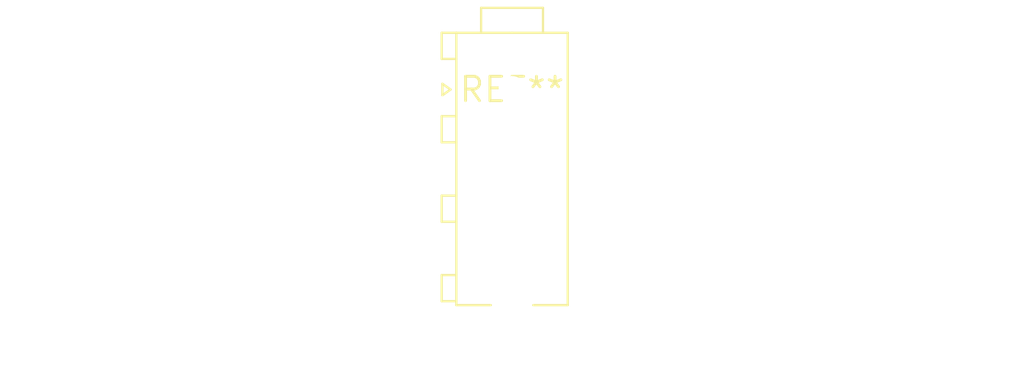
<source format=kicad_pcb>
(kicad_pcb (version 20240108) (generator pcbnew)
  (layers (0 "F.Cu" signal) (31 "B.Cu" signal) (34 "B.Paste" user) (35 "F.Paste" user) (36 "B.SilkS" user "B.Silkscreen") (37 "F.SilkS" user "F.Silkscreen") (38 "B.Mask" user) (39 "F.Mask" user) (44 "Edge.Cuts" user))
  (net 0 "")
  (footprint "TE_MATE-N-LOK_1-770870-x_1x03_P4.14mm_Vertical" (layer "F.Cu") (at 0 0)
    (property "Reference" "REF**")
    (property "Value" "TE_MATE-N-LOK_1-770870-x_1x03_P4.14mm_Vertical")
    (fp_line (start -3.66 -2.955) (end -3.66 -1.595) (layer "F.SilkS") (stroke (width 0.12)))
    (fp_line (start -3.66 -1.595) (end -2.9 -1.595) (layer "F.SilkS") (stroke (width 0.12)))
    (fp_line (start -3.66 1.39) (end -3.66 2.75) (layer "F.SilkS") (stroke (width 0.12)))
    (fp_line (start -3.66 2.75) (end -2.9 2.75) (layer "F.SilkS") (stroke (width 0.12)))
    (fp_line (start -3.66 5.53) (end -3.66 6.89) (layer "F.SilkS") (stroke (width 0.12)))
    (fp_line (start -3.66 6.89) (end -2.9 6.89) (layer "F.SilkS") (stroke (width 0.12)))
    (fp_line (start -3.66 9.67) (end -3.66 11.03) (layer "F.SilkS") (stroke (width 0.12)))
    (fp_line (start -3.66 11.03) (end -2.9 11.03) (layer "F.SilkS") (stroke (width 0.12)))
    (fp_line (start -3.624264 -0.3) (end -3.2 0) (layer "F.SilkS") (stroke (width 0.12)))
    (fp_line (start -3.624264 0.3) (end -3.624264 -0.3) (layer "F.SilkS") (stroke (width 0.12)))
    (fp_line (start -3.2 0) (end -3.624264 0.3) (layer "F.SilkS") (stroke (width 0.12)))
    (fp_line (start -2.9 -2.955) (end -3.66 -2.955) (layer "F.SilkS") (stroke (width 0.12)))
    (fp_line (start -2.9 -2.955) (end -2.9 11.235) (layer "F.SilkS") (stroke (width 0.12)))
    (fp_line (start -2.9 1.39) (end -3.66 1.39) (layer "F.SilkS") (stroke (width 0.12)))
    (fp_line (start -2.9 5.53) (end -3.66 5.53) (layer "F.SilkS") (stroke (width 0.12)))
    (fp_line (start -2.9 9.67) (end -3.66 9.67) (layer "F.SilkS") (stroke (width 0.12)))
    (fp_line (start -2.9 11.235) (end -1.103302 11.235) (layer "F.SilkS") (stroke (width 0.12)))
    (fp_line (start -1.61 -4.255) (end 1.61 -4.255) (layer "F.SilkS") (stroke (width 0.12)))
    (fp_line (start -1.61 -2.955) (end -1.61 -4.255) (layer "F.SilkS") (stroke (width 0.12)))
    (fp_line (start 0 -2.955) (end -2.9 -2.955) (layer "F.SilkS") (stroke (width 0.12)))
    (fp_line (start 0 -2.955) (end 2.9 -2.955) (layer "F.SilkS") (stroke (width 0.12)))
    (fp_line (start 1.61 -4.255) (end 1.61 -2.955) (layer "F.SilkS") (stroke (width 0.12)))
    (fp_line (start 2.9 -2.955) (end 2.9 11.235) (layer "F.SilkS") (stroke (width 0.12)))
    (fp_line (start 2.9 11.235) (end 1.103302 11.235) (layer "F.SilkS") (stroke (width 0.12)))
    (pad "" np_thru_hole circle (at 0 12.72) (size 3.18 3.18) (drill 3.18) (layers *.Cu *.Mask))
    (pad "1" thru_hole roundrect (at 0 0) (size 3.3 2.64) (drill 1.4) (layers *.Cu *.Mask) (remove_unused_layers) (roundrect_rratio 0.094697))
    (pad "2" thru_hole oval (at 0 4.14) (size 3.3 2.64) (drill 1.4) (layers *.Cu *.Mask) (remove_unused_layers))
    (pad "3" thru_hole oval (at 0 8.28) (size 3.3 2.64) (drill 1.4) (layers *.Cu *.Mask) (remove_unused_layers))
  )
)
</source>
